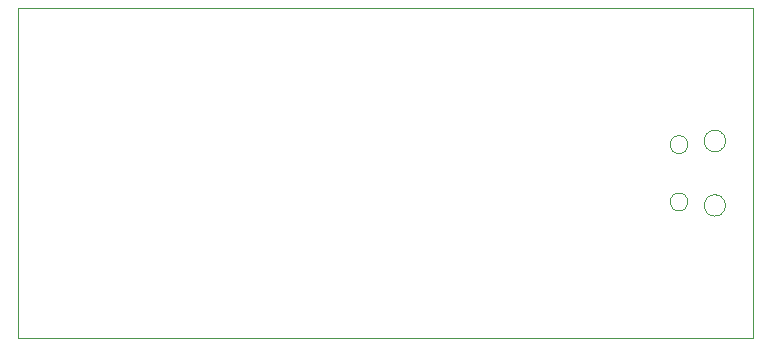
<source format=gko>
G75*
%MOIN*%
%OFA0B0*%
%FSLAX24Y24*%
%IPPOS*%
%LPD*%
%AMOC8*
5,1,8,0,0,1.08239X$1,22.5*
%
%ADD10C,0.0000*%
D10*
X000180Y000180D02*
X000180Y011180D01*
X024672Y011180D01*
X024672Y000180D01*
X000180Y000180D01*
X021891Y004725D02*
X021893Y004759D01*
X021899Y004793D01*
X021909Y004826D01*
X021922Y004857D01*
X021940Y004887D01*
X021960Y004915D01*
X021984Y004940D01*
X022010Y004962D01*
X022038Y004980D01*
X022069Y004996D01*
X022101Y005008D01*
X022135Y005016D01*
X022169Y005020D01*
X022203Y005020D01*
X022237Y005016D01*
X022271Y005008D01*
X022303Y004996D01*
X022333Y004980D01*
X022362Y004962D01*
X022388Y004940D01*
X022412Y004915D01*
X022432Y004887D01*
X022450Y004857D01*
X022463Y004826D01*
X022473Y004793D01*
X022479Y004759D01*
X022481Y004725D01*
X022479Y004691D01*
X022473Y004657D01*
X022463Y004624D01*
X022450Y004593D01*
X022432Y004563D01*
X022412Y004535D01*
X022388Y004510D01*
X022362Y004488D01*
X022334Y004470D01*
X022303Y004454D01*
X022271Y004442D01*
X022237Y004434D01*
X022203Y004430D01*
X022169Y004430D01*
X022135Y004434D01*
X022101Y004442D01*
X022069Y004454D01*
X022038Y004470D01*
X022010Y004488D01*
X021984Y004510D01*
X021960Y004535D01*
X021940Y004563D01*
X021922Y004593D01*
X021909Y004624D01*
X021899Y004657D01*
X021893Y004691D01*
X021891Y004725D01*
X023025Y004607D02*
X023027Y004644D01*
X023033Y004681D01*
X023042Y004716D01*
X023056Y004751D01*
X023072Y004784D01*
X023093Y004815D01*
X023116Y004844D01*
X023142Y004870D01*
X023171Y004893D01*
X023202Y004914D01*
X023235Y004930D01*
X023270Y004944D01*
X023305Y004953D01*
X023342Y004959D01*
X023379Y004961D01*
X023416Y004959D01*
X023453Y004953D01*
X023488Y004944D01*
X023523Y004930D01*
X023556Y004914D01*
X023587Y004893D01*
X023616Y004870D01*
X023642Y004844D01*
X023665Y004815D01*
X023686Y004784D01*
X023702Y004751D01*
X023716Y004716D01*
X023725Y004681D01*
X023731Y004644D01*
X023733Y004607D01*
X023731Y004570D01*
X023725Y004533D01*
X023716Y004498D01*
X023702Y004463D01*
X023686Y004430D01*
X023665Y004399D01*
X023642Y004370D01*
X023616Y004344D01*
X023587Y004321D01*
X023556Y004300D01*
X023523Y004284D01*
X023488Y004270D01*
X023453Y004261D01*
X023416Y004255D01*
X023379Y004253D01*
X023342Y004255D01*
X023305Y004261D01*
X023270Y004270D01*
X023235Y004284D01*
X023202Y004300D01*
X023171Y004321D01*
X023142Y004344D01*
X023116Y004370D01*
X023093Y004399D01*
X023072Y004430D01*
X023056Y004463D01*
X023042Y004498D01*
X023033Y004533D01*
X023027Y004570D01*
X023025Y004607D01*
X021891Y006635D02*
X021893Y006669D01*
X021899Y006703D01*
X021909Y006736D01*
X021922Y006767D01*
X021940Y006797D01*
X021960Y006825D01*
X021984Y006850D01*
X022010Y006872D01*
X022038Y006890D01*
X022069Y006906D01*
X022101Y006918D01*
X022135Y006926D01*
X022169Y006930D01*
X022203Y006930D01*
X022237Y006926D01*
X022271Y006918D01*
X022303Y006906D01*
X022333Y006890D01*
X022362Y006872D01*
X022388Y006850D01*
X022412Y006825D01*
X022432Y006797D01*
X022450Y006767D01*
X022463Y006736D01*
X022473Y006703D01*
X022479Y006669D01*
X022481Y006635D01*
X022479Y006601D01*
X022473Y006567D01*
X022463Y006534D01*
X022450Y006503D01*
X022432Y006473D01*
X022412Y006445D01*
X022388Y006420D01*
X022362Y006398D01*
X022334Y006380D01*
X022303Y006364D01*
X022271Y006352D01*
X022237Y006344D01*
X022203Y006340D01*
X022169Y006340D01*
X022135Y006344D01*
X022101Y006352D01*
X022069Y006364D01*
X022038Y006380D01*
X022010Y006398D01*
X021984Y006420D01*
X021960Y006445D01*
X021940Y006473D01*
X021922Y006503D01*
X021909Y006534D01*
X021899Y006567D01*
X021893Y006601D01*
X021891Y006635D01*
X023025Y006753D02*
X023027Y006790D01*
X023033Y006827D01*
X023042Y006862D01*
X023056Y006897D01*
X023072Y006930D01*
X023093Y006961D01*
X023116Y006990D01*
X023142Y007016D01*
X023171Y007039D01*
X023202Y007060D01*
X023235Y007076D01*
X023270Y007090D01*
X023305Y007099D01*
X023342Y007105D01*
X023379Y007107D01*
X023416Y007105D01*
X023453Y007099D01*
X023488Y007090D01*
X023523Y007076D01*
X023556Y007060D01*
X023587Y007039D01*
X023616Y007016D01*
X023642Y006990D01*
X023665Y006961D01*
X023686Y006930D01*
X023702Y006897D01*
X023716Y006862D01*
X023725Y006827D01*
X023731Y006790D01*
X023733Y006753D01*
X023731Y006716D01*
X023725Y006679D01*
X023716Y006644D01*
X023702Y006609D01*
X023686Y006576D01*
X023665Y006545D01*
X023642Y006516D01*
X023616Y006490D01*
X023587Y006467D01*
X023556Y006446D01*
X023523Y006430D01*
X023488Y006416D01*
X023453Y006407D01*
X023416Y006401D01*
X023379Y006399D01*
X023342Y006401D01*
X023305Y006407D01*
X023270Y006416D01*
X023235Y006430D01*
X023202Y006446D01*
X023171Y006467D01*
X023142Y006490D01*
X023116Y006516D01*
X023093Y006545D01*
X023072Y006576D01*
X023056Y006609D01*
X023042Y006644D01*
X023033Y006679D01*
X023027Y006716D01*
X023025Y006753D01*
M02*

</source>
